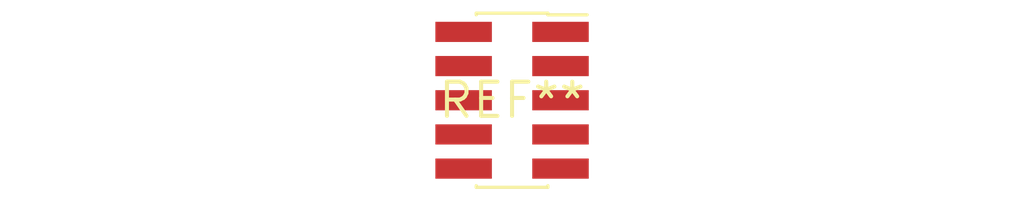
<source format=kicad_pcb>
(kicad_pcb (version 20240108) (generator pcbnew)
  (layers (0 "F.Cu" signal) (31 "B.Cu" signal) (34 "B.Paste" user) (35 "F.Paste" user) (36 "B.SilkS" user "B.Silkscreen") (37 "F.SilkS" user "F.Silkscreen") (38 "B.Mask" user) (39 "F.Mask" user) (44 "Edge.Cuts" user))
  (net 0 "")
  (footprint "PinSocket_2x05_P1.27mm_Vertical_SMD" (layer "F.Cu") (at 0 0)
    (property "Reference" "REF**")
    (property "Value" "PinSocket_2x05_P1.27mm_Vertical_SMD")
    (fp_line (start -1.33 -3.235) (end -1.33 -3.175) (layer "F.SilkS") (stroke (width 0.12)))
    (fp_line (start -1.33 -3.235) (end 1.33 -3.235) (layer "F.SilkS") (stroke (width 0.12)))
    (fp_line (start -1.33 3.175) (end -1.33 3.235) (layer "F.SilkS") (stroke (width 0.12)))
    (fp_line (start -1.33 3.235) (end 1.33 3.235) (layer "F.SilkS") (stroke (width 0.12)))
    (fp_line (start 1.33 -3.235) (end 1.33 -3.175) (layer "F.SilkS") (stroke (width 0.12)))
    (fp_line (start 1.33 -3.175) (end 2.79 -3.175) (layer "F.SilkS") (stroke (width 0.12)))
    (fp_line (start 1.33 3.175) (end 1.33 3.235) (layer "F.SilkS") (stroke (width 0.12)))
    (pad "1" smd rect (at 1.8 -2.54) (size 2.1 0.75) (layers "F.Cu" "F.Paste" "F.Mask"))
    (pad "2" smd rect (at -1.8 -2.54) (size 2.1 0.75) (layers "F.Cu" "F.Paste" "F.Mask"))
    (pad "3" smd rect (at 1.8 -1.27) (size 2.1 0.75) (layers "F.Cu" "F.Paste" "F.Mask"))
    (pad "4" smd rect (at -1.8 -1.27) (size 2.1 0.75) (layers "F.Cu" "F.Paste" "F.Mask"))
    (pad "5" smd rect (at 1.8 0) (size 2.1 0.75) (layers "F.Cu" "F.Paste" "F.Mask"))
    (pad "6" smd rect (at -1.8 0) (size 2.1 0.75) (layers "F.Cu" "F.Paste" "F.Mask"))
    (pad "7" smd rect (at 1.8 1.27) (size 2.1 0.75) (layers "F.Cu" "F.Paste" "F.Mask"))
    (pad "8" smd rect (at -1.8 1.27) (size 2.1 0.75) (layers "F.Cu" "F.Paste" "F.Mask"))
    (pad "9" smd rect (at 1.8 2.54) (size 2.1 0.75) (layers "F.Cu" "F.Paste" "F.Mask"))
    (pad "10" smd rect (at -1.8 2.54) (size 2.1 0.75) (layers "F.Cu" "F.Paste" "F.Mask"))
  )
)
</source>
